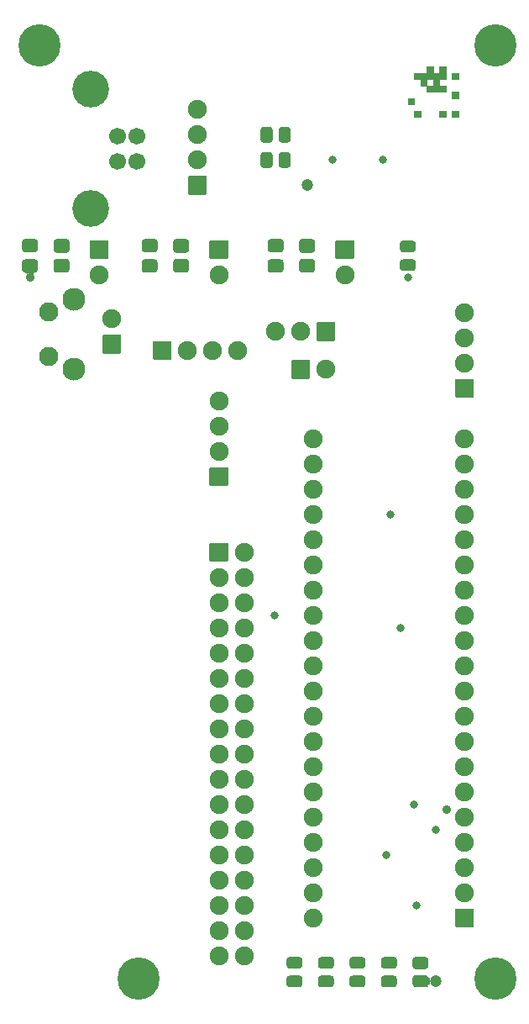
<source format=gbr>
G04 #@! TF.GenerationSoftware,KiCad,Pcbnew,(5.1.9)-1*
G04 #@! TF.CreationDate,2021-06-25T18:31:08+01:00*
G04 #@! TF.ProjectId,Greaseweazle F1 Plus Mini,47726561-7365-4776-9561-7a6c65204631,1*
G04 #@! TF.SameCoordinates,PX6312cb0PY6bcb370*
G04 #@! TF.FileFunction,Soldermask,Top*
G04 #@! TF.FilePolarity,Negative*
%FSLAX46Y46*%
G04 Gerber Fmt 4.6, Leading zero omitted, Abs format (unit mm)*
G04 Created by KiCad (PCBNEW (5.1.9)-1) date 2021-06-25 18:31:08*
%MOMM*%
%LPD*%
G01*
G04 APERTURE LIST*
%ADD10C,0.100000*%
%ADD11O,1.900000X1.900000*%
%ADD12C,1.900000*%
%ADD13C,2.300000*%
%ADD14C,1.950000*%
%ADD15C,4.264000*%
%ADD16C,1.701140*%
%ADD17C,3.700120*%
%ADD18C,0.900000*%
%ADD19C,0.800000*%
%ADD20C,1.200000*%
G04 APERTURE END LIST*
D10*
G36*
X36449000Y67945000D02*
G01*
X35814000Y67945000D01*
X35814000Y68580000D01*
X36449000Y68580000D01*
X36449000Y67945000D01*
G37*
X36449000Y67945000D02*
X35814000Y67945000D01*
X35814000Y68580000D01*
X36449000Y68580000D01*
X36449000Y67945000D01*
G36*
X36449000Y67310000D02*
G01*
X35814000Y67310000D01*
X35814000Y67945000D01*
X36449000Y67945000D01*
X36449000Y67310000D01*
G37*
X36449000Y67310000D02*
X35814000Y67310000D01*
X35814000Y67945000D01*
X36449000Y67945000D01*
X36449000Y67310000D01*
G36*
X37084000Y67310000D02*
G01*
X36449000Y67310000D01*
X36449000Y67945000D01*
X37084000Y67945000D01*
X37084000Y67310000D01*
G37*
X37084000Y67310000D02*
X36449000Y67310000D01*
X36449000Y67945000D01*
X37084000Y67945000D01*
X37084000Y67310000D01*
G36*
X35814000Y67310000D02*
G01*
X35179000Y67310000D01*
X35179000Y67945000D01*
X35814000Y67945000D01*
X35814000Y67310000D01*
G37*
X35814000Y67310000D02*
X35179000Y67310000D01*
X35179000Y67945000D01*
X35814000Y67945000D01*
X35814000Y67310000D01*
G36*
X35179000Y67945000D02*
G01*
X34544000Y67945000D01*
X34544000Y68580000D01*
X35179000Y68580000D01*
X35179000Y67945000D01*
G37*
X35179000Y67945000D02*
X34544000Y67945000D01*
X34544000Y68580000D01*
X35179000Y68580000D01*
X35179000Y67945000D01*
G36*
X38354000Y68580000D02*
G01*
X37719000Y68580000D01*
X37719000Y69215000D01*
X38354000Y69215000D01*
X38354000Y68580000D01*
G37*
X38354000Y68580000D02*
X37719000Y68580000D01*
X37719000Y69215000D01*
X38354000Y69215000D01*
X38354000Y68580000D01*
G36*
X38354000Y64770000D02*
G01*
X37719000Y64770000D01*
X37719000Y65405000D01*
X38354000Y65405000D01*
X38354000Y64770000D01*
G37*
X38354000Y64770000D02*
X37719000Y64770000D01*
X37719000Y65405000D01*
X38354000Y65405000D01*
X38354000Y64770000D01*
G36*
X37084000Y69215000D02*
G01*
X36449000Y69215000D01*
X36449000Y69850000D01*
X37084000Y69850000D01*
X37084000Y69215000D01*
G37*
X37084000Y69215000D02*
X36449000Y69215000D01*
X36449000Y69850000D01*
X37084000Y69850000D01*
X37084000Y69215000D01*
G36*
X37084000Y68580000D02*
G01*
X36449000Y68580000D01*
X36449000Y69215000D01*
X37084000Y69215000D01*
X37084000Y68580000D01*
G37*
X37084000Y68580000D02*
X36449000Y68580000D01*
X36449000Y69215000D01*
X37084000Y69215000D01*
X37084000Y68580000D01*
G36*
X36449000Y68580000D02*
G01*
X35814000Y68580000D01*
X35814000Y69215000D01*
X36449000Y69215000D01*
X36449000Y68580000D01*
G37*
X36449000Y68580000D02*
X35814000Y68580000D01*
X35814000Y69215000D01*
X36449000Y69215000D01*
X36449000Y68580000D01*
G36*
X35814000Y68580000D02*
G01*
X35179000Y68580000D01*
X35179000Y69215000D01*
X35814000Y69215000D01*
X35814000Y68580000D01*
G37*
X35814000Y68580000D02*
X35179000Y68580000D01*
X35179000Y69215000D01*
X35814000Y69215000D01*
X35814000Y68580000D01*
G36*
X35814000Y69215000D02*
G01*
X35179000Y69215000D01*
X35179000Y69850000D01*
X35814000Y69850000D01*
X35814000Y69215000D01*
G37*
X35814000Y69215000D02*
X35179000Y69215000D01*
X35179000Y69850000D01*
X35814000Y69850000D01*
X35814000Y69215000D01*
G36*
X35179000Y68580000D02*
G01*
X34544000Y68580000D01*
X34544000Y69215000D01*
X35179000Y69215000D01*
X35179000Y68580000D01*
G37*
X35179000Y68580000D02*
X34544000Y68580000D01*
X34544000Y69215000D01*
X35179000Y69215000D01*
X35179000Y68580000D01*
G36*
X34544000Y68580000D02*
G01*
X33909000Y68580000D01*
X33909000Y69215000D01*
X34544000Y69215000D01*
X34544000Y68580000D01*
G37*
X34544000Y68580000D02*
X33909000Y68580000D01*
X33909000Y69215000D01*
X34544000Y69215000D01*
X34544000Y68580000D01*
G36*
X33909000Y66040000D02*
G01*
X33274000Y66040000D01*
X33274000Y66675000D01*
X33909000Y66675000D01*
X33909000Y66040000D01*
G37*
X33909000Y66040000D02*
X33274000Y66040000D01*
X33274000Y66675000D01*
X33909000Y66675000D01*
X33909000Y66040000D01*
G36*
X34544000Y64770000D02*
G01*
X33909000Y64770000D01*
X33909000Y65405000D01*
X34544000Y65405000D01*
X34544000Y64770000D01*
G37*
X34544000Y64770000D02*
X33909000Y64770000D01*
X33909000Y65405000D01*
X34544000Y65405000D01*
X34544000Y64770000D01*
G36*
X37084000Y64770000D02*
G01*
X36449000Y64770000D01*
X36449000Y65405000D01*
X37084000Y65405000D01*
X37084000Y64770000D01*
G37*
X37084000Y64770000D02*
X36449000Y64770000D01*
X36449000Y65405000D01*
X37084000Y65405000D01*
X37084000Y64770000D01*
G36*
X38354000Y66675000D02*
G01*
X37719000Y66675000D01*
X37719000Y67310000D01*
X38354000Y67310000D01*
X38354000Y66675000D01*
G37*
X38354000Y66675000D02*
X37719000Y66675000D01*
X37719000Y67310000D01*
X38354000Y67310000D01*
X38354000Y66675000D01*
G36*
X38354000Y66675000D02*
G01*
X37719000Y66675000D01*
X37719000Y67310000D01*
X38354000Y67310000D01*
X38354000Y66675000D01*
G37*
X38354000Y66675000D02*
X37719000Y66675000D01*
X37719000Y67310000D01*
X38354000Y67310000D01*
X38354000Y66675000D01*
G36*
X37084000Y64770000D02*
G01*
X36449000Y64770000D01*
X36449000Y65405000D01*
X37084000Y65405000D01*
X37084000Y64770000D01*
G37*
X37084000Y64770000D02*
X36449000Y64770000D01*
X36449000Y65405000D01*
X37084000Y65405000D01*
X37084000Y64770000D01*
G36*
X34544000Y64770000D02*
G01*
X33909000Y64770000D01*
X33909000Y65405000D01*
X34544000Y65405000D01*
X34544000Y64770000D01*
G37*
X34544000Y64770000D02*
X33909000Y64770000D01*
X33909000Y65405000D01*
X34544000Y65405000D01*
X34544000Y64770000D01*
G36*
X33909000Y66040000D02*
G01*
X33274000Y66040000D01*
X33274000Y66675000D01*
X33909000Y66675000D01*
X33909000Y66040000D01*
G37*
X33909000Y66040000D02*
X33274000Y66040000D01*
X33274000Y66675000D01*
X33909000Y66675000D01*
X33909000Y66040000D01*
G36*
X34544000Y68580000D02*
G01*
X33909000Y68580000D01*
X33909000Y69215000D01*
X34544000Y69215000D01*
X34544000Y68580000D01*
G37*
X34544000Y68580000D02*
X33909000Y68580000D01*
X33909000Y69215000D01*
X34544000Y69215000D01*
X34544000Y68580000D01*
G36*
X35179000Y68580000D02*
G01*
X34544000Y68580000D01*
X34544000Y69215000D01*
X35179000Y69215000D01*
X35179000Y68580000D01*
G37*
X35179000Y68580000D02*
X34544000Y68580000D01*
X34544000Y69215000D01*
X35179000Y69215000D01*
X35179000Y68580000D01*
G36*
X35814000Y69215000D02*
G01*
X35179000Y69215000D01*
X35179000Y69850000D01*
X35814000Y69850000D01*
X35814000Y69215000D01*
G37*
X35814000Y69215000D02*
X35179000Y69215000D01*
X35179000Y69850000D01*
X35814000Y69850000D01*
X35814000Y69215000D01*
G36*
X35814000Y68580000D02*
G01*
X35179000Y68580000D01*
X35179000Y69215000D01*
X35814000Y69215000D01*
X35814000Y68580000D01*
G37*
X35814000Y68580000D02*
X35179000Y68580000D01*
X35179000Y69215000D01*
X35814000Y69215000D01*
X35814000Y68580000D01*
G36*
X36449000Y68580000D02*
G01*
X35814000Y68580000D01*
X35814000Y69215000D01*
X36449000Y69215000D01*
X36449000Y68580000D01*
G37*
X36449000Y68580000D02*
X35814000Y68580000D01*
X35814000Y69215000D01*
X36449000Y69215000D01*
X36449000Y68580000D01*
G36*
X37084000Y68580000D02*
G01*
X36449000Y68580000D01*
X36449000Y69215000D01*
X37084000Y69215000D01*
X37084000Y68580000D01*
G37*
X37084000Y68580000D02*
X36449000Y68580000D01*
X36449000Y69215000D01*
X37084000Y69215000D01*
X37084000Y68580000D01*
G36*
X37084000Y69215000D02*
G01*
X36449000Y69215000D01*
X36449000Y69850000D01*
X37084000Y69850000D01*
X37084000Y69215000D01*
G37*
X37084000Y69215000D02*
X36449000Y69215000D01*
X36449000Y69850000D01*
X37084000Y69850000D01*
X37084000Y69215000D01*
G36*
X38354000Y64770000D02*
G01*
X37719000Y64770000D01*
X37719000Y65405000D01*
X38354000Y65405000D01*
X38354000Y64770000D01*
G37*
X38354000Y64770000D02*
X37719000Y64770000D01*
X37719000Y65405000D01*
X38354000Y65405000D01*
X38354000Y64770000D01*
G36*
X38354000Y68580000D02*
G01*
X37719000Y68580000D01*
X37719000Y69215000D01*
X38354000Y69215000D01*
X38354000Y68580000D01*
G37*
X38354000Y68580000D02*
X37719000Y68580000D01*
X37719000Y69215000D01*
X38354000Y69215000D01*
X38354000Y68580000D01*
G36*
X35179000Y67945000D02*
G01*
X34544000Y67945000D01*
X34544000Y68580000D01*
X35179000Y68580000D01*
X35179000Y67945000D01*
G37*
X35179000Y67945000D02*
X34544000Y67945000D01*
X34544000Y68580000D01*
X35179000Y68580000D01*
X35179000Y67945000D01*
G36*
X35814000Y67310000D02*
G01*
X35179000Y67310000D01*
X35179000Y67945000D01*
X35814000Y67945000D01*
X35814000Y67310000D01*
G37*
X35814000Y67310000D02*
X35179000Y67310000D01*
X35179000Y67945000D01*
X35814000Y67945000D01*
X35814000Y67310000D01*
G36*
X37084000Y67310000D02*
G01*
X36449000Y67310000D01*
X36449000Y67945000D01*
X37084000Y67945000D01*
X37084000Y67310000D01*
G37*
X37084000Y67310000D02*
X36449000Y67310000D01*
X36449000Y67945000D01*
X37084000Y67945000D01*
X37084000Y67310000D01*
G36*
X36449000Y67310000D02*
G01*
X35814000Y67310000D01*
X35814000Y67945000D01*
X36449000Y67945000D01*
X36449000Y67310000D01*
G37*
X36449000Y67310000D02*
X35814000Y67310000D01*
X35814000Y67945000D01*
X36449000Y67945000D01*
X36449000Y67310000D01*
G36*
X36449000Y67945000D02*
G01*
X35814000Y67945000D01*
X35814000Y68580000D01*
X36449000Y68580000D01*
X36449000Y67945000D01*
G37*
X36449000Y67945000D02*
X35814000Y67945000D01*
X35814000Y68580000D01*
X36449000Y68580000D01*
X36449000Y67945000D01*
G36*
X36449000Y67945000D02*
G01*
X35814000Y67945000D01*
X35814000Y68580000D01*
X36449000Y68580000D01*
X36449000Y67945000D01*
G37*
X36449000Y67945000D02*
X35814000Y67945000D01*
X35814000Y68580000D01*
X36449000Y68580000D01*
X36449000Y67945000D01*
G36*
X36449000Y67310000D02*
G01*
X35814000Y67310000D01*
X35814000Y67945000D01*
X36449000Y67945000D01*
X36449000Y67310000D01*
G37*
X36449000Y67310000D02*
X35814000Y67310000D01*
X35814000Y67945000D01*
X36449000Y67945000D01*
X36449000Y67310000D01*
G36*
X37084000Y67310000D02*
G01*
X36449000Y67310000D01*
X36449000Y67945000D01*
X37084000Y67945000D01*
X37084000Y67310000D01*
G37*
X37084000Y67310000D02*
X36449000Y67310000D01*
X36449000Y67945000D01*
X37084000Y67945000D01*
X37084000Y67310000D01*
G36*
X35814000Y67310000D02*
G01*
X35179000Y67310000D01*
X35179000Y67945000D01*
X35814000Y67945000D01*
X35814000Y67310000D01*
G37*
X35814000Y67310000D02*
X35179000Y67310000D01*
X35179000Y67945000D01*
X35814000Y67945000D01*
X35814000Y67310000D01*
G36*
X35179000Y67945000D02*
G01*
X34544000Y67945000D01*
X34544000Y68580000D01*
X35179000Y68580000D01*
X35179000Y67945000D01*
G37*
X35179000Y67945000D02*
X34544000Y67945000D01*
X34544000Y68580000D01*
X35179000Y68580000D01*
X35179000Y67945000D01*
G36*
X38354000Y68580000D02*
G01*
X37719000Y68580000D01*
X37719000Y69215000D01*
X38354000Y69215000D01*
X38354000Y68580000D01*
G37*
X38354000Y68580000D02*
X37719000Y68580000D01*
X37719000Y69215000D01*
X38354000Y69215000D01*
X38354000Y68580000D01*
G36*
X38354000Y64770000D02*
G01*
X37719000Y64770000D01*
X37719000Y65405000D01*
X38354000Y65405000D01*
X38354000Y64770000D01*
G37*
X38354000Y64770000D02*
X37719000Y64770000D01*
X37719000Y65405000D01*
X38354000Y65405000D01*
X38354000Y64770000D01*
G36*
X37084000Y69215000D02*
G01*
X36449000Y69215000D01*
X36449000Y69850000D01*
X37084000Y69850000D01*
X37084000Y69215000D01*
G37*
X37084000Y69215000D02*
X36449000Y69215000D01*
X36449000Y69850000D01*
X37084000Y69850000D01*
X37084000Y69215000D01*
G36*
X37084000Y68580000D02*
G01*
X36449000Y68580000D01*
X36449000Y69215000D01*
X37084000Y69215000D01*
X37084000Y68580000D01*
G37*
X37084000Y68580000D02*
X36449000Y68580000D01*
X36449000Y69215000D01*
X37084000Y69215000D01*
X37084000Y68580000D01*
G36*
X36449000Y68580000D02*
G01*
X35814000Y68580000D01*
X35814000Y69215000D01*
X36449000Y69215000D01*
X36449000Y68580000D01*
G37*
X36449000Y68580000D02*
X35814000Y68580000D01*
X35814000Y69215000D01*
X36449000Y69215000D01*
X36449000Y68580000D01*
G36*
X35814000Y68580000D02*
G01*
X35179000Y68580000D01*
X35179000Y69215000D01*
X35814000Y69215000D01*
X35814000Y68580000D01*
G37*
X35814000Y68580000D02*
X35179000Y68580000D01*
X35179000Y69215000D01*
X35814000Y69215000D01*
X35814000Y68580000D01*
G36*
X35814000Y69215000D02*
G01*
X35179000Y69215000D01*
X35179000Y69850000D01*
X35814000Y69850000D01*
X35814000Y69215000D01*
G37*
X35814000Y69215000D02*
X35179000Y69215000D01*
X35179000Y69850000D01*
X35814000Y69850000D01*
X35814000Y69215000D01*
G36*
X35179000Y68580000D02*
G01*
X34544000Y68580000D01*
X34544000Y69215000D01*
X35179000Y69215000D01*
X35179000Y68580000D01*
G37*
X35179000Y68580000D02*
X34544000Y68580000D01*
X34544000Y69215000D01*
X35179000Y69215000D01*
X35179000Y68580000D01*
G36*
X34544000Y68580000D02*
G01*
X33909000Y68580000D01*
X33909000Y69215000D01*
X34544000Y69215000D01*
X34544000Y68580000D01*
G37*
X34544000Y68580000D02*
X33909000Y68580000D01*
X33909000Y69215000D01*
X34544000Y69215000D01*
X34544000Y68580000D01*
G36*
X33909000Y66040000D02*
G01*
X33274000Y66040000D01*
X33274000Y66675000D01*
X33909000Y66675000D01*
X33909000Y66040000D01*
G37*
X33909000Y66040000D02*
X33274000Y66040000D01*
X33274000Y66675000D01*
X33909000Y66675000D01*
X33909000Y66040000D01*
G36*
X34544000Y64770000D02*
G01*
X33909000Y64770000D01*
X33909000Y65405000D01*
X34544000Y65405000D01*
X34544000Y64770000D01*
G37*
X34544000Y64770000D02*
X33909000Y64770000D01*
X33909000Y65405000D01*
X34544000Y65405000D01*
X34544000Y64770000D01*
G36*
X37084000Y64770000D02*
G01*
X36449000Y64770000D01*
X36449000Y65405000D01*
X37084000Y65405000D01*
X37084000Y64770000D01*
G37*
X37084000Y64770000D02*
X36449000Y64770000D01*
X36449000Y65405000D01*
X37084000Y65405000D01*
X37084000Y64770000D01*
G36*
X38354000Y66675000D02*
G01*
X37719000Y66675000D01*
X37719000Y67310000D01*
X38354000Y67310000D01*
X38354000Y66675000D01*
G37*
X38354000Y66675000D02*
X37719000Y66675000D01*
X37719000Y67310000D01*
X38354000Y67310000D01*
X38354000Y66675000D01*
G36*
X38354000Y66675000D02*
G01*
X37719000Y66675000D01*
X37719000Y67310000D01*
X38354000Y67310000D01*
X38354000Y66675000D01*
G37*
X38354000Y66675000D02*
X37719000Y66675000D01*
X37719000Y67310000D01*
X38354000Y67310000D01*
X38354000Y66675000D01*
G36*
X37084000Y64770000D02*
G01*
X36449000Y64770000D01*
X36449000Y65405000D01*
X37084000Y65405000D01*
X37084000Y64770000D01*
G37*
X37084000Y64770000D02*
X36449000Y64770000D01*
X36449000Y65405000D01*
X37084000Y65405000D01*
X37084000Y64770000D01*
G36*
X34544000Y64770000D02*
G01*
X33909000Y64770000D01*
X33909000Y65405000D01*
X34544000Y65405000D01*
X34544000Y64770000D01*
G37*
X34544000Y64770000D02*
X33909000Y64770000D01*
X33909000Y65405000D01*
X34544000Y65405000D01*
X34544000Y64770000D01*
G36*
X33909000Y66040000D02*
G01*
X33274000Y66040000D01*
X33274000Y66675000D01*
X33909000Y66675000D01*
X33909000Y66040000D01*
G37*
X33909000Y66040000D02*
X33274000Y66040000D01*
X33274000Y66675000D01*
X33909000Y66675000D01*
X33909000Y66040000D01*
G36*
X34544000Y68580000D02*
G01*
X33909000Y68580000D01*
X33909000Y69215000D01*
X34544000Y69215000D01*
X34544000Y68580000D01*
G37*
X34544000Y68580000D02*
X33909000Y68580000D01*
X33909000Y69215000D01*
X34544000Y69215000D01*
X34544000Y68580000D01*
G36*
X35179000Y68580000D02*
G01*
X34544000Y68580000D01*
X34544000Y69215000D01*
X35179000Y69215000D01*
X35179000Y68580000D01*
G37*
X35179000Y68580000D02*
X34544000Y68580000D01*
X34544000Y69215000D01*
X35179000Y69215000D01*
X35179000Y68580000D01*
G36*
X35814000Y69215000D02*
G01*
X35179000Y69215000D01*
X35179000Y69850000D01*
X35814000Y69850000D01*
X35814000Y69215000D01*
G37*
X35814000Y69215000D02*
X35179000Y69215000D01*
X35179000Y69850000D01*
X35814000Y69850000D01*
X35814000Y69215000D01*
G36*
X35814000Y68580000D02*
G01*
X35179000Y68580000D01*
X35179000Y69215000D01*
X35814000Y69215000D01*
X35814000Y68580000D01*
G37*
X35814000Y68580000D02*
X35179000Y68580000D01*
X35179000Y69215000D01*
X35814000Y69215000D01*
X35814000Y68580000D01*
G36*
X36449000Y68580000D02*
G01*
X35814000Y68580000D01*
X35814000Y69215000D01*
X36449000Y69215000D01*
X36449000Y68580000D01*
G37*
X36449000Y68580000D02*
X35814000Y68580000D01*
X35814000Y69215000D01*
X36449000Y69215000D01*
X36449000Y68580000D01*
G36*
X37084000Y68580000D02*
G01*
X36449000Y68580000D01*
X36449000Y69215000D01*
X37084000Y69215000D01*
X37084000Y68580000D01*
G37*
X37084000Y68580000D02*
X36449000Y68580000D01*
X36449000Y69215000D01*
X37084000Y69215000D01*
X37084000Y68580000D01*
G36*
X37084000Y69215000D02*
G01*
X36449000Y69215000D01*
X36449000Y69850000D01*
X37084000Y69850000D01*
X37084000Y69215000D01*
G37*
X37084000Y69215000D02*
X36449000Y69215000D01*
X36449000Y69850000D01*
X37084000Y69850000D01*
X37084000Y69215000D01*
G36*
X38354000Y64770000D02*
G01*
X37719000Y64770000D01*
X37719000Y65405000D01*
X38354000Y65405000D01*
X38354000Y64770000D01*
G37*
X38354000Y64770000D02*
X37719000Y64770000D01*
X37719000Y65405000D01*
X38354000Y65405000D01*
X38354000Y64770000D01*
G36*
X38354000Y68580000D02*
G01*
X37719000Y68580000D01*
X37719000Y69215000D01*
X38354000Y69215000D01*
X38354000Y68580000D01*
G37*
X38354000Y68580000D02*
X37719000Y68580000D01*
X37719000Y69215000D01*
X38354000Y69215000D01*
X38354000Y68580000D01*
G36*
X35179000Y67945000D02*
G01*
X34544000Y67945000D01*
X34544000Y68580000D01*
X35179000Y68580000D01*
X35179000Y67945000D01*
G37*
X35179000Y67945000D02*
X34544000Y67945000D01*
X34544000Y68580000D01*
X35179000Y68580000D01*
X35179000Y67945000D01*
G36*
X35814000Y67310000D02*
G01*
X35179000Y67310000D01*
X35179000Y67945000D01*
X35814000Y67945000D01*
X35814000Y67310000D01*
G37*
X35814000Y67310000D02*
X35179000Y67310000D01*
X35179000Y67945000D01*
X35814000Y67945000D01*
X35814000Y67310000D01*
G36*
X37084000Y67310000D02*
G01*
X36449000Y67310000D01*
X36449000Y67945000D01*
X37084000Y67945000D01*
X37084000Y67310000D01*
G37*
X37084000Y67310000D02*
X36449000Y67310000D01*
X36449000Y67945000D01*
X37084000Y67945000D01*
X37084000Y67310000D01*
G36*
X36449000Y67310000D02*
G01*
X35814000Y67310000D01*
X35814000Y67945000D01*
X36449000Y67945000D01*
X36449000Y67310000D01*
G37*
X36449000Y67310000D02*
X35814000Y67310000D01*
X35814000Y67945000D01*
X36449000Y67945000D01*
X36449000Y67310000D01*
G36*
X36449000Y67945000D02*
G01*
X35814000Y67945000D01*
X35814000Y68580000D01*
X36449000Y68580000D01*
X36449000Y67945000D01*
G37*
X36449000Y67945000D02*
X35814000Y67945000D01*
X35814000Y68580000D01*
X36449000Y68580000D01*
X36449000Y67945000D01*
D11*
X16129000Y41275000D03*
X13589000Y41275000D03*
X11049000Y41275000D03*
G36*
G01*
X9359000Y40325000D02*
X7659000Y40325000D01*
G75*
G02*
X7559000Y40425000I0J100000D01*
G01*
X7559000Y42125000D01*
G75*
G02*
X7659000Y42225000I100000J0D01*
G01*
X9359000Y42225000D01*
G75*
G02*
X9459000Y42125000I0J-100000D01*
G01*
X9459000Y40425000D01*
G75*
G02*
X9359000Y40325000I-100000J0D01*
G01*
G37*
X25019000Y39370000D03*
G36*
G01*
X23329000Y38420000D02*
X21629000Y38420000D01*
G75*
G02*
X21529000Y38520000I0J100000D01*
G01*
X21529000Y40220000D01*
G75*
G02*
X21629000Y40320000I100000J0D01*
G01*
X23329000Y40320000D01*
G75*
G02*
X23429000Y40220000I0J-100000D01*
G01*
X23429000Y38520000D01*
G75*
G02*
X23329000Y38420000I-100000J0D01*
G01*
G37*
X19939000Y43180000D03*
X22479000Y43180000D03*
G36*
G01*
X24169000Y44130000D02*
X25869000Y44130000D01*
G75*
G02*
X25969000Y44030000I0J-100000D01*
G01*
X25969000Y42330000D01*
G75*
G02*
X25869000Y42230000I-100000J0D01*
G01*
X24169000Y42230000D01*
G75*
G02*
X24069000Y42330000I0J100000D01*
G01*
X24069000Y44030000D01*
G75*
G02*
X24169000Y44130000I100000J0D01*
G01*
G37*
D12*
X23749000Y-15875000D03*
G36*
G01*
X39939000Y-15025000D02*
X39939000Y-16725000D01*
G75*
G02*
X39839000Y-16825000I-100000J0D01*
G01*
X38139000Y-16825000D01*
G75*
G02*
X38039000Y-16725000I0J100000D01*
G01*
X38039000Y-15025000D01*
G75*
G02*
X38139000Y-14925000I100000J0D01*
G01*
X39839000Y-14925000D01*
G75*
G02*
X39939000Y-15025000I0J-100000D01*
G01*
G37*
X23749000Y-13335000D03*
X38989000Y-13335000D03*
X23749000Y-10795000D03*
X38989000Y-10795000D03*
X23749000Y-8255000D03*
X38989000Y-8255000D03*
X23749000Y-5715000D03*
X38989000Y-5715000D03*
X23749000Y-3175000D03*
X38989000Y-3175000D03*
X23749000Y-635000D03*
X38989000Y-635000D03*
X23749000Y1905000D03*
X38989000Y1905000D03*
X23749000Y4445000D03*
X38989000Y4445000D03*
X23749000Y6985000D03*
X38989000Y6985000D03*
X23749000Y9525000D03*
X38989000Y9525000D03*
X23749000Y12065000D03*
X38989000Y12065000D03*
X23749000Y14605000D03*
X38989000Y14605000D03*
X23749000Y17145000D03*
X38989000Y17145000D03*
X23749000Y19685000D03*
X38989000Y19685000D03*
X23749000Y22225000D03*
X38989000Y22225000D03*
X23749000Y24765000D03*
X38989000Y24765000D03*
X23749000Y27305000D03*
X38989000Y27305000D03*
X23749000Y29845000D03*
X38989000Y29845000D03*
X23749000Y32385000D03*
X38989000Y32385000D03*
D13*
X-431000Y39390000D03*
D14*
X-2921000Y40640000D03*
X-2921000Y45140000D03*
D13*
X-431000Y46400000D03*
D11*
X38989000Y45085000D03*
X38989000Y42545000D03*
X38989000Y40005000D03*
G36*
G01*
X39939000Y38315000D02*
X39939000Y36615000D01*
G75*
G02*
X39839000Y36515000I-100000J0D01*
G01*
X38139000Y36515000D01*
G75*
G02*
X38039000Y36615000I0J100000D01*
G01*
X38039000Y38315000D01*
G75*
G02*
X38139000Y38415000I100000J0D01*
G01*
X39839000Y38415000D01*
G75*
G02*
X39939000Y38315000I0J-100000D01*
G01*
G37*
X12065000Y65532000D03*
X12065000Y62992000D03*
X12065000Y60452000D03*
G36*
G01*
X13015000Y58762000D02*
X13015000Y57062000D01*
G75*
G02*
X12915000Y56962000I-100000J0D01*
G01*
X11215000Y56962000D01*
G75*
G02*
X11115000Y57062000I0J100000D01*
G01*
X11115000Y58762000D01*
G75*
G02*
X11215000Y58862000I100000J0D01*
G01*
X12915000Y58862000D01*
G75*
G02*
X13015000Y58762000I0J-100000D01*
G01*
G37*
G36*
G01*
X19639000Y60953222D02*
X19639000Y59950778D01*
G75*
G02*
X19340222Y59652000I-298778J0D01*
G01*
X18712778Y59652000D01*
G75*
G02*
X18414000Y59950778I0J298778D01*
G01*
X18414000Y60953222D01*
G75*
G02*
X18712778Y61252000I298778J0D01*
G01*
X19340222Y61252000D01*
G75*
G02*
X19639000Y60953222I0J-298778D01*
G01*
G37*
G36*
G01*
X21464000Y60953222D02*
X21464000Y59950778D01*
G75*
G02*
X21165222Y59652000I-298778J0D01*
G01*
X20537778Y59652000D01*
G75*
G02*
X20239000Y59950778I0J298778D01*
G01*
X20239000Y60953222D01*
G75*
G02*
X20537778Y61252000I298778J0D01*
G01*
X21165222Y61252000D01*
G75*
G02*
X21464000Y60953222I0J-298778D01*
G01*
G37*
G36*
G01*
X19639000Y63493222D02*
X19639000Y62490778D01*
G75*
G02*
X19340222Y62192000I-298778J0D01*
G01*
X18712778Y62192000D01*
G75*
G02*
X18414000Y62490778I0J298778D01*
G01*
X18414000Y63493222D01*
G75*
G02*
X18712778Y63792000I298778J0D01*
G01*
X19340222Y63792000D01*
G75*
G02*
X19639000Y63493222I0J-298778D01*
G01*
G37*
G36*
G01*
X21464000Y63493222D02*
X21464000Y62490778D01*
G75*
G02*
X21165222Y62192000I-298778J0D01*
G01*
X20537778Y62192000D01*
G75*
G02*
X20239000Y62490778I0J298778D01*
G01*
X20239000Y63493222D01*
G75*
G02*
X20537778Y63792000I298778J0D01*
G01*
X21165222Y63792000D01*
G75*
G02*
X21464000Y63493222I0J-298778D01*
G01*
G37*
D15*
X42114000Y-21970000D03*
X6114000Y-21970000D03*
X42114000Y72030000D03*
X-3886000Y72030000D03*
D11*
X26924000Y48895000D03*
G36*
G01*
X25974000Y50585000D02*
X25974000Y52285000D01*
G75*
G02*
X26074000Y52385000I100000J0D01*
G01*
X27774000Y52385000D01*
G75*
G02*
X27874000Y52285000I0J-100000D01*
G01*
X27874000Y50585000D01*
G75*
G02*
X27774000Y50485000I-100000J0D01*
G01*
X26074000Y50485000D01*
G75*
G02*
X25974000Y50585000I0J100000D01*
G01*
G37*
X14224000Y48895000D03*
G36*
G01*
X13274000Y50585000D02*
X13274000Y52285000D01*
G75*
G02*
X13374000Y52385000I100000J0D01*
G01*
X15074000Y52385000D01*
G75*
G02*
X15174000Y52285000I0J-100000D01*
G01*
X15174000Y50585000D01*
G75*
G02*
X15074000Y50485000I-100000J0D01*
G01*
X13374000Y50485000D01*
G75*
G02*
X13274000Y50585000I0J100000D01*
G01*
G37*
X2159000Y48895000D03*
G36*
G01*
X1209000Y50585000D02*
X1209000Y52285000D01*
G75*
G02*
X1309000Y52385000I100000J0D01*
G01*
X3009000Y52385000D01*
G75*
G02*
X3109000Y52285000I0J-100000D01*
G01*
X3109000Y50585000D01*
G75*
G02*
X3009000Y50485000I-100000J0D01*
G01*
X1309000Y50485000D01*
G75*
G02*
X1209000Y50585000I0J100000D01*
G01*
G37*
G36*
G01*
X23622335Y51100000D02*
X22605665Y51100000D01*
G75*
G02*
X22314000Y51391665I0J291665D01*
G01*
X22314000Y52208335D01*
G75*
G02*
X22605665Y52500000I291665J0D01*
G01*
X23622335Y52500000D01*
G75*
G02*
X23914000Y52208335I0J-291665D01*
G01*
X23914000Y51391665D01*
G75*
G02*
X23622335Y51100000I-291665J0D01*
G01*
G37*
G36*
G01*
X23622335Y49100000D02*
X22605665Y49100000D01*
G75*
G02*
X22314000Y49391665I0J291665D01*
G01*
X22314000Y50208335D01*
G75*
G02*
X22605665Y50500000I291665J0D01*
G01*
X23622335Y50500000D01*
G75*
G02*
X23914000Y50208335I0J-291665D01*
G01*
X23914000Y49391665D01*
G75*
G02*
X23622335Y49100000I-291665J0D01*
G01*
G37*
G36*
G01*
X-1142665Y51100000D02*
X-2159335Y51100000D01*
G75*
G02*
X-2451000Y51391665I0J291665D01*
G01*
X-2451000Y52208335D01*
G75*
G02*
X-2159335Y52500000I291665J0D01*
G01*
X-1142665Y52500000D01*
G75*
G02*
X-851000Y52208335I0J-291665D01*
G01*
X-851000Y51391665D01*
G75*
G02*
X-1142665Y51100000I-291665J0D01*
G01*
G37*
G36*
G01*
X-1142665Y49100000D02*
X-2159335Y49100000D01*
G75*
G02*
X-2451000Y49391665I0J291665D01*
G01*
X-2451000Y50208335D01*
G75*
G02*
X-2159335Y50500000I291665J0D01*
G01*
X-1142665Y50500000D01*
G75*
G02*
X-851000Y50208335I0J-291665D01*
G01*
X-851000Y49391665D01*
G75*
G02*
X-1142665Y49100000I-291665J0D01*
G01*
G37*
G36*
G01*
X10922335Y51100000D02*
X9905665Y51100000D01*
G75*
G02*
X9614000Y51391665I0J291665D01*
G01*
X9614000Y52208335D01*
G75*
G02*
X9905665Y52500000I291665J0D01*
G01*
X10922335Y52500000D01*
G75*
G02*
X11214000Y52208335I0J-291665D01*
G01*
X11214000Y51391665D01*
G75*
G02*
X10922335Y51100000I-291665J0D01*
G01*
G37*
G36*
G01*
X10922335Y49100000D02*
X9905665Y49100000D01*
G75*
G02*
X9614000Y49391665I0J291665D01*
G01*
X9614000Y50208335D01*
G75*
G02*
X9905665Y50500000I291665J0D01*
G01*
X10922335Y50500000D01*
G75*
G02*
X11214000Y50208335I0J-291665D01*
G01*
X11214000Y49391665D01*
G75*
G02*
X10922335Y49100000I-291665J0D01*
G01*
G37*
G36*
G01*
X20445523Y51150000D02*
X19432477Y51150000D01*
G75*
G02*
X19139000Y51443477I0J293477D01*
G01*
X19139000Y52206523D01*
G75*
G02*
X19432477Y52500000I293477J0D01*
G01*
X20445523Y52500000D01*
G75*
G02*
X20739000Y52206523I0J-293477D01*
G01*
X20739000Y51443477D01*
G75*
G02*
X20445523Y51150000I-293477J0D01*
G01*
G37*
G36*
G01*
X20445523Y49100000D02*
X19432477Y49100000D01*
G75*
G02*
X19139000Y49393477I0J293477D01*
G01*
X19139000Y50156523D01*
G75*
G02*
X19432477Y50450000I293477J0D01*
G01*
X20445523Y50450000D01*
G75*
G02*
X20739000Y50156523I0J-293477D01*
G01*
X20739000Y49393477D01*
G75*
G02*
X20445523Y49100000I-293477J0D01*
G01*
G37*
G36*
G01*
X-4319477Y51150000D02*
X-5332523Y51150000D01*
G75*
G02*
X-5626000Y51443477I0J293477D01*
G01*
X-5626000Y52206523D01*
G75*
G02*
X-5332523Y52500000I293477J0D01*
G01*
X-4319477Y52500000D01*
G75*
G02*
X-4026000Y52206523I0J-293477D01*
G01*
X-4026000Y51443477D01*
G75*
G02*
X-4319477Y51150000I-293477J0D01*
G01*
G37*
G36*
G01*
X-4319477Y49100000D02*
X-5332523Y49100000D01*
G75*
G02*
X-5626000Y49393477I0J293477D01*
G01*
X-5626000Y50156523D01*
G75*
G02*
X-5332523Y50450000I293477J0D01*
G01*
X-4319477Y50450000D01*
G75*
G02*
X-4026000Y50156523I0J-293477D01*
G01*
X-4026000Y49393477D01*
G75*
G02*
X-4319477Y49100000I-293477J0D01*
G01*
G37*
G36*
G01*
X7745523Y51150000D02*
X6732477Y51150000D01*
G75*
G02*
X6439000Y51443477I0J293477D01*
G01*
X6439000Y52206523D01*
G75*
G02*
X6732477Y52500000I293477J0D01*
G01*
X7745523Y52500000D01*
G75*
G02*
X8039000Y52206523I0J-293477D01*
G01*
X8039000Y51443477D01*
G75*
G02*
X7745523Y51150000I-293477J0D01*
G01*
G37*
G36*
G01*
X7745523Y49100000D02*
X6732477Y49100000D01*
G75*
G02*
X6439000Y49393477I0J293477D01*
G01*
X6439000Y50156523D01*
G75*
G02*
X6732477Y50450000I293477J0D01*
G01*
X7745523Y50450000D01*
G75*
G02*
X8039000Y50156523I0J-293477D01*
G01*
X8039000Y49393477D01*
G75*
G02*
X7745523Y49100000I-293477J0D01*
G01*
G37*
G36*
G01*
X35045222Y-21036000D02*
X34042778Y-21036000D01*
G75*
G02*
X33744000Y-20737222I0J298778D01*
G01*
X33744000Y-20109778D01*
G75*
G02*
X34042778Y-19811000I298778J0D01*
G01*
X35045222Y-19811000D01*
G75*
G02*
X35344000Y-20109778I0J-298778D01*
G01*
X35344000Y-20737222D01*
G75*
G02*
X35045222Y-21036000I-298778J0D01*
G01*
G37*
G36*
G01*
X35045222Y-22861000D02*
X34042778Y-22861000D01*
G75*
G02*
X33744000Y-22562222I0J298778D01*
G01*
X33744000Y-21934778D01*
G75*
G02*
X34042778Y-21636000I298778J0D01*
G01*
X35045222Y-21636000D01*
G75*
G02*
X35344000Y-21934778I0J-298778D01*
G01*
X35344000Y-22562222D01*
G75*
G02*
X35045222Y-22861000I-298778J0D01*
G01*
G37*
G36*
G01*
X15174000Y29425000D02*
X15174000Y27725000D01*
G75*
G02*
X15074000Y27625000I-100000J0D01*
G01*
X13374000Y27625000D01*
G75*
G02*
X13274000Y27725000I0J100000D01*
G01*
X13274000Y29425000D01*
G75*
G02*
X13374000Y29525000I100000J0D01*
G01*
X15074000Y29525000D01*
G75*
G02*
X15174000Y29425000I0J-100000D01*
G01*
G37*
X14224000Y31115000D03*
X14224000Y33655000D03*
X14224000Y36195000D03*
G36*
G01*
X4379000Y42760000D02*
X4379000Y41060000D01*
G75*
G02*
X4279000Y40960000I-100000J0D01*
G01*
X2579000Y40960000D01*
G75*
G02*
X2479000Y41060000I0J100000D01*
G01*
X2479000Y42760000D01*
G75*
G02*
X2579000Y42860000I100000J0D01*
G01*
X4279000Y42860000D01*
G75*
G02*
X4379000Y42760000I0J-100000D01*
G01*
G37*
X3429000Y44450000D03*
D16*
X3987800Y62839600D03*
X3987800Y60350400D03*
X5994400Y60350400D03*
X5994400Y62839600D03*
D17*
X1270000Y67614800D03*
X1270000Y55575200D03*
G36*
G01*
X13274000Y20105000D02*
X13274000Y21805000D01*
G75*
G02*
X13374000Y21905000I100000J0D01*
G01*
X15074000Y21905000D01*
G75*
G02*
X15174000Y21805000I0J-100000D01*
G01*
X15174000Y20105000D01*
G75*
G02*
X15074000Y20005000I-100000J0D01*
G01*
X13374000Y20005000D01*
G75*
G02*
X13274000Y20105000I0J100000D01*
G01*
G37*
D11*
X16764000Y20955000D03*
X14224000Y18415000D03*
X16764000Y18415000D03*
X14224000Y15875000D03*
X16764000Y15875000D03*
X14224000Y13335000D03*
X16764000Y13335000D03*
X14224000Y10795000D03*
X16764000Y10795000D03*
X14224000Y8255000D03*
X16764000Y8255000D03*
X14224000Y5715000D03*
X16764000Y5715000D03*
X14224000Y3175000D03*
X16764000Y3175000D03*
X14224000Y635000D03*
X16764000Y635000D03*
X14224000Y-1905000D03*
X16764000Y-1905000D03*
X14224000Y-4445000D03*
X16764000Y-4445000D03*
X14224000Y-6985000D03*
X16764000Y-6985000D03*
X14224000Y-9525000D03*
X16764000Y-9525000D03*
X14224000Y-12065000D03*
X16764000Y-12065000D03*
X14224000Y-14605000D03*
X16764000Y-14605000D03*
X14224000Y-17145000D03*
X16764000Y-17145000D03*
X14224000Y-19685000D03*
X16764000Y-19685000D03*
G36*
G01*
X31875250Y-22861000D02*
X30862750Y-22861000D01*
G75*
G02*
X30569000Y-22567250I0J293750D01*
G01*
X30569000Y-21979750D01*
G75*
G02*
X30862750Y-21686000I293750J0D01*
G01*
X31875250Y-21686000D01*
G75*
G02*
X32169000Y-21979750I0J-293750D01*
G01*
X32169000Y-22567250D01*
G75*
G02*
X31875250Y-22861000I-293750J0D01*
G01*
G37*
G36*
G01*
X31875250Y-20986000D02*
X30862750Y-20986000D01*
G75*
G02*
X30569000Y-20692250I0J293750D01*
G01*
X30569000Y-20104750D01*
G75*
G02*
X30862750Y-19811000I293750J0D01*
G01*
X31875250Y-19811000D01*
G75*
G02*
X32169000Y-20104750I0J-293750D01*
G01*
X32169000Y-20692250D01*
G75*
G02*
X31875250Y-20986000I-293750J0D01*
G01*
G37*
G36*
G01*
X22350250Y-22861000D02*
X21337750Y-22861000D01*
G75*
G02*
X21044000Y-22567250I0J293750D01*
G01*
X21044000Y-21979750D01*
G75*
G02*
X21337750Y-21686000I293750J0D01*
G01*
X22350250Y-21686000D01*
G75*
G02*
X22644000Y-21979750I0J-293750D01*
G01*
X22644000Y-22567250D01*
G75*
G02*
X22350250Y-22861000I-293750J0D01*
G01*
G37*
G36*
G01*
X22350250Y-20986000D02*
X21337750Y-20986000D01*
G75*
G02*
X21044000Y-20692250I0J293750D01*
G01*
X21044000Y-20104750D01*
G75*
G02*
X21337750Y-19811000I293750J0D01*
G01*
X22350250Y-19811000D01*
G75*
G02*
X22644000Y-20104750I0J-293750D01*
G01*
X22644000Y-20692250D01*
G75*
G02*
X22350250Y-20986000I-293750J0D01*
G01*
G37*
G36*
G01*
X25525250Y-22861000D02*
X24512750Y-22861000D01*
G75*
G02*
X24219000Y-22567250I0J293750D01*
G01*
X24219000Y-21979750D01*
G75*
G02*
X24512750Y-21686000I293750J0D01*
G01*
X25525250Y-21686000D01*
G75*
G02*
X25819000Y-21979750I0J-293750D01*
G01*
X25819000Y-22567250D01*
G75*
G02*
X25525250Y-22861000I-293750J0D01*
G01*
G37*
G36*
G01*
X25525250Y-20986000D02*
X24512750Y-20986000D01*
G75*
G02*
X24219000Y-20692250I0J293750D01*
G01*
X24219000Y-20104750D01*
G75*
G02*
X24512750Y-19811000I293750J0D01*
G01*
X25525250Y-19811000D01*
G75*
G02*
X25819000Y-20104750I0J-293750D01*
G01*
X25819000Y-20692250D01*
G75*
G02*
X25525250Y-20986000I-293750J0D01*
G01*
G37*
G36*
G01*
X28700250Y-22861000D02*
X27687750Y-22861000D01*
G75*
G02*
X27394000Y-22567250I0J293750D01*
G01*
X27394000Y-21979750D01*
G75*
G02*
X27687750Y-21686000I293750J0D01*
G01*
X28700250Y-21686000D01*
G75*
G02*
X28994000Y-21979750I0J-293750D01*
G01*
X28994000Y-22567250D01*
G75*
G02*
X28700250Y-22861000I-293750J0D01*
G01*
G37*
G36*
G01*
X28700250Y-20986000D02*
X27687750Y-20986000D01*
G75*
G02*
X27394000Y-20692250I0J293750D01*
G01*
X27394000Y-20104750D01*
G75*
G02*
X27687750Y-19811000I293750J0D01*
G01*
X28700250Y-19811000D01*
G75*
G02*
X28994000Y-20104750I0J-293750D01*
G01*
X28994000Y-20692250D01*
G75*
G02*
X28700250Y-20986000I-293750J0D01*
G01*
G37*
G36*
G01*
X32767750Y52325000D02*
X33780250Y52325000D01*
G75*
G02*
X34074000Y52031250I0J-293750D01*
G01*
X34074000Y51443750D01*
G75*
G02*
X33780250Y51150000I-293750J0D01*
G01*
X32767750Y51150000D01*
G75*
G02*
X32474000Y51443750I0J293750D01*
G01*
X32474000Y52031250D01*
G75*
G02*
X32767750Y52325000I293750J0D01*
G01*
G37*
G36*
G01*
X32767750Y50450000D02*
X33780250Y50450000D01*
G75*
G02*
X34074000Y50156250I0J-293750D01*
G01*
X34074000Y49568750D01*
G75*
G02*
X33780250Y49275000I-293750J0D01*
G01*
X32767750Y49275000D01*
G75*
G02*
X32474000Y49568750I0J293750D01*
G01*
X32474000Y50156250D01*
G75*
G02*
X32767750Y50450000I293750J0D01*
G01*
G37*
D18*
X37211000Y-4953000D03*
D19*
X19812000Y14605000D03*
D20*
X23114000Y57912000D03*
X36068004Y-22225000D03*
D19*
X34163000Y-14605000D03*
X31115000Y-9525000D03*
X36068000Y-6985000D03*
X33909000Y-4445000D03*
X32546999Y13335000D03*
X31496000Y24765000D03*
X33274000Y48641000D03*
X25654000Y60452000D03*
X30734000Y60452000D03*
D18*
X-4826000Y48640990D03*
D10*
G36*
X35103302Y-21634010D02*
G01*
X35155123Y-21639114D01*
X35155508Y-21639190D01*
X35199435Y-21652515D01*
X35199797Y-21652665D01*
X35240275Y-21674301D01*
X35240601Y-21674519D01*
X35276084Y-21703639D01*
X35276361Y-21703916D01*
X35305481Y-21739399D01*
X35305699Y-21739725D01*
X35327335Y-21780203D01*
X35327485Y-21780565D01*
X35340810Y-21824492D01*
X35340886Y-21824877D01*
X35342465Y-21840908D01*
X35347190Y-21864660D01*
X35356416Y-21886934D01*
X35369811Y-21906981D01*
X35386858Y-21924028D01*
X35406905Y-21937423D01*
X35429179Y-21946649D01*
X35452829Y-21951353D01*
X35476936Y-21951353D01*
X35500586Y-21946648D01*
X35522860Y-21937422D01*
X35542865Y-21924055D01*
X35564577Y-21900100D01*
X35566481Y-21899488D01*
X35567963Y-21900831D01*
X35567722Y-21902554D01*
X35540624Y-21943109D01*
X35495764Y-22051411D01*
X35472893Y-22166389D01*
X35472893Y-22283611D01*
X35495764Y-22398589D01*
X35540624Y-22506891D01*
X35570616Y-22551777D01*
X35570747Y-22553773D01*
X35569084Y-22554884D01*
X35567407Y-22554157D01*
X35555884Y-22540116D01*
X35537247Y-22524821D01*
X35515984Y-22513455D01*
X35492909Y-22506455D01*
X35468918Y-22504092D01*
X35444927Y-22506455D01*
X35421852Y-22513455D01*
X35400588Y-22524820D01*
X35381951Y-22540115D01*
X35366656Y-22558752D01*
X35355313Y-22579972D01*
X35346495Y-22615174D01*
X35340886Y-22672123D01*
X35340810Y-22672508D01*
X35327485Y-22716435D01*
X35327335Y-22716797D01*
X35305699Y-22757275D01*
X35305481Y-22757601D01*
X35276361Y-22793084D01*
X35276084Y-22793361D01*
X35240601Y-22822481D01*
X35240275Y-22822699D01*
X35199797Y-22844335D01*
X35199435Y-22844485D01*
X35155508Y-22857810D01*
X35155123Y-22857886D01*
X35103302Y-22862990D01*
X35103106Y-22863000D01*
X35045222Y-22863000D01*
X35043490Y-22862000D01*
X35043490Y-22860000D01*
X35045026Y-22859010D01*
X35103116Y-22853289D01*
X35158790Y-22836400D01*
X35210098Y-22808976D01*
X35255069Y-22772069D01*
X35291976Y-22727098D01*
X35319400Y-22675790D01*
X35336289Y-22620116D01*
X35342000Y-22562128D01*
X35342000Y-21934872D01*
X35336289Y-21876884D01*
X35319400Y-21821210D01*
X35291976Y-21769902D01*
X35255069Y-21724931D01*
X35210098Y-21688024D01*
X35158790Y-21660600D01*
X35103116Y-21643711D01*
X35045026Y-21637990D01*
X35043400Y-21636825D01*
X35043596Y-21634835D01*
X35045222Y-21634000D01*
X35103106Y-21634000D01*
X35103302Y-21634010D01*
G37*
G36*
X-4359231Y49101000D02*
G01*
X-4359231Y49099000D01*
X-4360767Y49098010D01*
X-4384954Y49095628D01*
X-4408029Y49088628D01*
X-4429293Y49077263D01*
X-4447930Y49061968D01*
X-4463225Y49043331D01*
X-4474590Y49022067D01*
X-4481590Y48998992D01*
X-4483953Y48975001D01*
X-4481590Y48951010D01*
X-4474590Y48927935D01*
X-4466027Y48911914D01*
X-4466093Y48909915D01*
X-4467856Y48908972D01*
X-4469454Y48909860D01*
X-4479699Y48925193D01*
X-4541797Y48987291D01*
X-4614818Y49036082D01*
X-4695954Y49069689D01*
X-4782091Y49086823D01*
X-4869909Y49086823D01*
X-4956046Y49069689D01*
X-5037182Y49036082D01*
X-5110203Y48987291D01*
X-5172301Y48925193D01*
X-5182546Y48909860D01*
X-5184340Y48908975D01*
X-5186003Y48910086D01*
X-5185973Y48911914D01*
X-5177410Y48927935D01*
X-5170410Y48951010D01*
X-5168047Y48975001D01*
X-5170410Y48998992D01*
X-5177410Y49022067D01*
X-5188775Y49043331D01*
X-5204071Y49061968D01*
X-5222707Y49077263D01*
X-5243971Y49088628D01*
X-5267046Y49095628D01*
X-5291233Y49098010D01*
X-5292859Y49099175D01*
X-5292663Y49101165D01*
X-5291037Y49102000D01*
X-4360963Y49102000D01*
X-4359231Y49101000D01*
G37*
M02*

</source>
